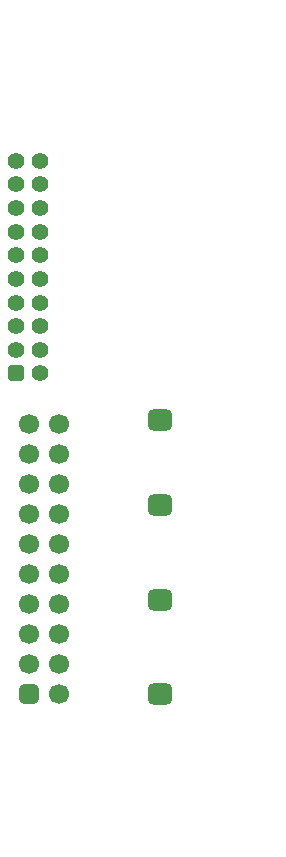
<source format=gbs>
G04*
G04 #@! TF.GenerationSoftware,Altium Limited,Altium Designer,23.3.1 (30)*
G04*
G04 Layer_Color=16711935*
%FSLAX44Y44*%
%MOMM*%
G71*
G04*
G04 #@! TF.SameCoordinates,2179DA4C-5F9F-4515-A9C7-B5EE9FB9D995*
G04*
G04*
G04 #@! TF.FilePolarity,Negative*
G04*
G01*
G75*
G04:AMPARAMS|DCode=33|XSize=1.8mm|YSize=2.1mm|CornerRadius=0.475mm|HoleSize=0mm|Usage=FLASHONLY|Rotation=90.000|XOffset=0mm|YOffset=0mm|HoleType=Round|Shape=RoundedRectangle|*
%AMROUNDEDRECTD33*
21,1,1.8000,1.1500,0,0,90.0*
21,1,0.8500,2.1000,0,0,90.0*
1,1,0.9500,0.5750,0.4250*
1,1,0.9500,0.5750,-0.4250*
1,1,0.9500,-0.5750,-0.4250*
1,1,0.9500,-0.5750,0.4250*
%
%ADD33ROUNDEDRECTD33*%
%ADD34C,1.4000*%
G04:AMPARAMS|DCode=35|XSize=1.4mm|YSize=1.4mm|CornerRadius=0.375mm|HoleSize=0mm|Usage=FLASHONLY|Rotation=90.000|XOffset=0mm|YOffset=0mm|HoleType=Round|Shape=RoundedRectangle|*
%AMROUNDEDRECTD35*
21,1,1.4000,0.6500,0,0,90.0*
21,1,0.6500,1.4000,0,0,90.0*
1,1,0.7500,0.3250,0.3250*
1,1,0.7500,0.3250,-0.3250*
1,1,0.7500,-0.3250,-0.3250*
1,1,0.7500,-0.3250,0.3250*
%
%ADD35ROUNDEDRECTD35*%
%ADD36C,0.1000*%
%ADD37C,1.7000*%
G04:AMPARAMS|DCode=38|XSize=1.7mm|YSize=1.7mm|CornerRadius=0.45mm|HoleSize=0mm|Usage=FLASHONLY|Rotation=90.000|XOffset=0mm|YOffset=0mm|HoleType=Round|Shape=RoundedRectangle|*
%AMROUNDEDRECTD38*
21,1,1.7000,0.8000,0,0,90.0*
21,1,0.8000,1.7000,0,0,90.0*
1,1,0.9000,0.4000,0.4000*
1,1,0.9000,0.4000,-0.4000*
1,1,0.9000,-0.4000,-0.4000*
1,1,0.9000,-0.4000,0.4000*
%
%ADD38ROUNDEDRECTD38*%
D33*
X160000Y392000D02*
D03*
Y160000D02*
D03*
Y240000D02*
D03*
Y320000D02*
D03*
D34*
X57800Y611650D02*
D03*
X37800D02*
D03*
X57800Y591650D02*
D03*
X37800D02*
D03*
X57800Y571650D02*
D03*
X37800D02*
D03*
X57800Y551650D02*
D03*
X37800D02*
D03*
X57800Y531650D02*
D03*
X37800D02*
D03*
X57800Y511650D02*
D03*
X37800D02*
D03*
X57800Y491650D02*
D03*
X37800D02*
D03*
X57800Y471650D02*
D03*
X37800D02*
D03*
X57800Y451650D02*
D03*
X37800D02*
D03*
X57800Y431650D02*
D03*
D35*
X37800D02*
D03*
D36*
X260000Y730000D02*
D03*
Y40000D02*
D03*
X47500Y730000D02*
D03*
Y40000D02*
D03*
D37*
X74400Y160000D02*
D03*
X49000Y185400D02*
D03*
X74400D02*
D03*
X49000Y210800D02*
D03*
X74400D02*
D03*
X49000Y236200D02*
D03*
X74400D02*
D03*
X49000Y261600D02*
D03*
X74400D02*
D03*
X49000Y287000D02*
D03*
X74400D02*
D03*
X49000Y312400D02*
D03*
X74400D02*
D03*
X49000Y337800D02*
D03*
X74400D02*
D03*
X49000Y363200D02*
D03*
X74400D02*
D03*
X49000Y388600D02*
D03*
X74400D02*
D03*
D38*
X49000Y160000D02*
D03*
M02*

</source>
